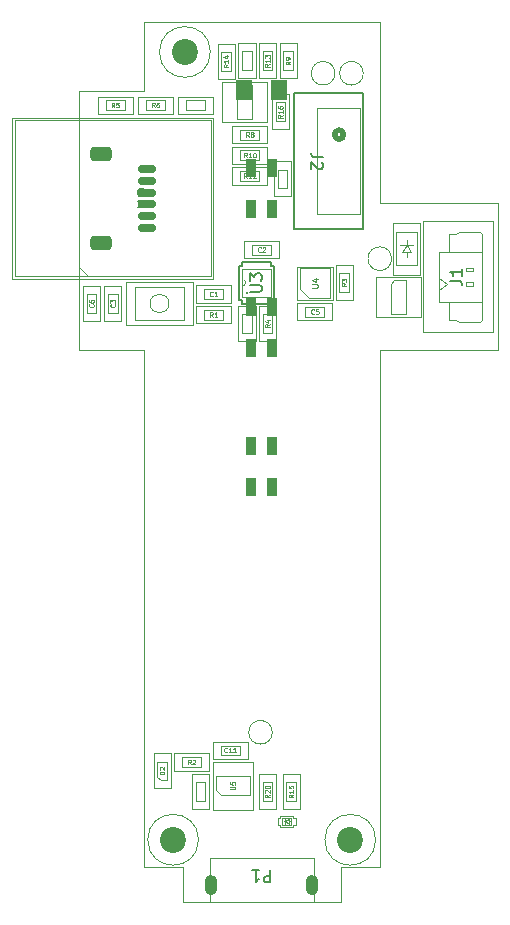
<source format=gbs>
%TF.GenerationSoftware,KiCad,Pcbnew,7.0.7*%
%TF.CreationDate,2023-10-18T20:35:36-04:00*%
%TF.ProjectId,room_environment_monitor,726f6f6d-5f65-46e7-9669-726f6e6d656e,rev?*%
%TF.SameCoordinates,Original*%
%TF.FileFunction,Soldermask,Bot*%
%TF.FilePolarity,Negative*%
%FSLAX46Y46*%
G04 Gerber Fmt 4.6, Leading zero omitted, Abs format (unit mm)*
G04 Created by KiCad (PCBNEW 7.0.7) date 2023-10-18 20:35:36*
%MOMM*%
%LPD*%
G01*
G04 APERTURE LIST*
G04 Aperture macros list*
%AMRoundRect*
0 Rectangle with rounded corners*
0 $1 Rounding radius*
0 $2 $3 $4 $5 $6 $7 $8 $9 X,Y pos of 4 corners*
0 Add a 4 corners polygon primitive as box body*
4,1,4,$2,$3,$4,$5,$6,$7,$8,$9,$2,$3,0*
0 Add four circle primitives for the rounded corners*
1,1,$1+$1,$2,$3*
1,1,$1+$1,$4,$5*
1,1,$1+$1,$6,$7*
1,1,$1+$1,$8,$9*
0 Add four rect primitives between the rounded corners*
20,1,$1+$1,$2,$3,$4,$5,0*
20,1,$1+$1,$4,$5,$6,$7,0*
20,1,$1+$1,$6,$7,$8,$9,0*
20,1,$1+$1,$8,$9,$2,$3,0*%
G04 Aperture macros list end*
%ADD10C,2.200000*%
%ADD11O,1.066800X1.701800*%
%ADD12R,0.850000X1.600000*%
%ADD13RoundRect,0.150000X0.625000X-0.150000X0.625000X0.150000X-0.625000X0.150000X-0.625000X-0.150000X0*%
%ADD14RoundRect,0.250000X0.650000X-0.350000X0.650000X0.350000X-0.650000X0.350000X-0.650000X-0.350000X0*%
%ADD15RoundRect,0.250001X0.462499X0.624999X-0.462499X0.624999X-0.462499X-0.624999X0.462499X-0.624999X0*%
%TA.AperFunction,Profile*%
%ADD16C,0.100000*%
%TD*%
%ADD17C,0.050000*%
%ADD18C,0.152400*%
%ADD19C,0.060000*%
%ADD20C,0.150000*%
%ADD21C,0.075000*%
%ADD22C,0.100000*%
%ADD23C,0.025400*%
%ADD24C,0.508000*%
G04 APERTURE END LIST*
D10*
%TO.C,H1*%
X102500000Y-139200000D03*
%TD*%
D11*
%TO.C,P1*%
X114269999Y-143050003D03*
X105730001Y-143050003D03*
%TD*%
D10*
%TO.C,H2*%
X117500000Y-139200000D03*
%TD*%
%TO.C,H3*%
X103500000Y-72500000D03*
%TD*%
D12*
%TO.C,D4*%
X110875000Y-97600000D03*
X109125000Y-97600000D03*
X109125000Y-94100000D03*
X110875000Y-94100000D03*
%TD*%
D13*
%TO.C,J3*%
X100250000Y-87400000D03*
X100250000Y-86400000D03*
X100250000Y-85400000D03*
X100250000Y-84400000D03*
X100250000Y-83400000D03*
X100250000Y-82400000D03*
D14*
X96375000Y-88700000D03*
X96375000Y-81100000D03*
%TD*%
D12*
%TO.C,D3*%
X110875000Y-85800000D03*
X109125000Y-85800000D03*
X109125000Y-82300000D03*
X110875000Y-82300000D03*
%TD*%
%TO.C,D5*%
X110875000Y-109350000D03*
X109125000Y-109350000D03*
X109125000Y-105850000D03*
X110875000Y-105850000D03*
%TD*%
D15*
%TO.C,D6*%
X111500000Y-75750000D03*
X108525000Y-75750000D03*
%TD*%
D16*
X120000000Y-70000000D02*
X120000000Y-85250000D01*
X103300000Y-144500000D02*
X103300000Y-141500000D01*
X120000000Y-85250000D02*
X130000000Y-85250000D01*
X100000000Y-70000000D02*
X120000000Y-70000000D01*
X100000000Y-75800000D02*
X100000000Y-70000000D01*
X100000000Y-97750000D02*
X94500000Y-97750000D01*
X120000000Y-97750000D02*
X120000000Y-141500000D01*
X130000000Y-85250000D02*
X130000000Y-97750000D01*
X116700000Y-144500000D02*
X103300000Y-144500000D01*
X103300000Y-141500000D02*
X100000000Y-141500000D01*
X116700000Y-141500000D02*
X116700000Y-144500000D01*
X100000000Y-141500000D02*
X100000000Y-97750000D01*
X130000000Y-97750000D02*
X120000000Y-97750000D01*
X94500000Y-75800000D02*
X100000000Y-75800000D01*
X94500000Y-75800000D02*
X94500000Y-97750000D01*
X120000000Y-141500000D02*
X116700000Y-141500000D01*
D17*
%TO.C,R3*%
X116270000Y-93480000D02*
X116270000Y-90520000D01*
X117730000Y-93480000D02*
X116270000Y-93480000D01*
X116270000Y-90520000D02*
X117730000Y-90520000D01*
X117730000Y-90520000D02*
X117730000Y-93480000D01*
%TO.C,R9*%
X112980000Y-71770000D02*
X112980000Y-74730000D01*
X111520000Y-71770000D02*
X112980000Y-71770000D01*
X112980000Y-74730000D02*
X111520000Y-74730000D01*
X111520000Y-74730000D02*
X111520000Y-71770000D01*
%TO.C,R13*%
X111230000Y-71770000D02*
X111230000Y-74730000D01*
X109770000Y-71770000D02*
X111230000Y-71770000D01*
X111230000Y-74730000D02*
X109770000Y-74730000D01*
X109770000Y-74730000D02*
X109770000Y-71770000D01*
%TO.C,R8*%
X110480000Y-80230000D02*
X107520000Y-80230000D01*
X110480000Y-78770000D02*
X110480000Y-80230000D01*
X107520000Y-80230000D02*
X107520000Y-78770000D01*
X107520000Y-78770000D02*
X110480000Y-78770000D01*
%TO.C,C1*%
X104445000Y-92270000D02*
X107405000Y-92270000D01*
X104445000Y-93730000D02*
X104445000Y-92270000D01*
X107405000Y-92270000D02*
X107405000Y-93730000D01*
X107405000Y-93730000D02*
X104445000Y-93730000D01*
%TO.C,H1*%
X104650000Y-139200000D02*
G75*
G03*
X104650000Y-139200000I-2150000J0D01*
G01*
%TO.C,C2*%
X108520000Y-88520000D02*
X111480000Y-88520000D01*
X108520000Y-89980000D02*
X108520000Y-88520000D01*
X111480000Y-88520000D02*
X111480000Y-89980000D01*
X111480000Y-89980000D02*
X108520000Y-89980000D01*
%TO.C,Q3*%
X119642500Y-91550000D02*
X119642500Y-94950000D01*
X119642500Y-94950000D02*
X123482500Y-94950000D01*
X123482500Y-91550000D02*
X119642500Y-91550000D01*
X123482500Y-94950000D02*
X123482500Y-91550000D01*
%TO.C,U5*%
X105875000Y-136675000D02*
X109275000Y-136675000D01*
X109275000Y-136675000D02*
X109275000Y-132575000D01*
X105875000Y-132575000D02*
X105875000Y-136675000D01*
X109275000Y-132575000D02*
X105875000Y-132575000D01*
%TO.C,R11*%
X107520000Y-82270000D02*
X110480000Y-82270000D01*
X107520000Y-83730000D02*
X107520000Y-82270000D01*
X110480000Y-82270000D02*
X110480000Y-83730000D01*
X110480000Y-83730000D02*
X107520000Y-83730000D01*
%TO.C,U4*%
X112985000Y-93485000D02*
X112985000Y-90665000D01*
X116065000Y-93485000D02*
X112985000Y-93485000D01*
X112985000Y-90665000D02*
X116065000Y-90665000D01*
X116065000Y-90665000D02*
X116065000Y-93485000D01*
%TO.C,TP4*%
X110900000Y-130100000D02*
G75*
G03*
X110900000Y-130100000I-1000000J0D01*
G01*
D18*
%TO.C,U3*%
X108318201Y-93834200D02*
X108318201Y-93529400D01*
X110781801Y-93834200D02*
X108318201Y-93834200D01*
X110781801Y-93834200D02*
X110781801Y-93529400D01*
X108076801Y-93529400D02*
X108076801Y-90583000D01*
X108318201Y-93529400D02*
X108076801Y-93529400D01*
X111023201Y-93529400D02*
X110781801Y-93529400D01*
X108076801Y-90583000D02*
X108318201Y-90583000D01*
X110781801Y-90583000D02*
X111023201Y-90583000D01*
X111023201Y-90583000D02*
X111023201Y-93529400D01*
X108318201Y-90278200D02*
X108318201Y-90583000D01*
X108318201Y-90278200D02*
X110781801Y-90278200D01*
X110781801Y-90278200D02*
X110781801Y-90583000D01*
D17*
%TO.C,H2*%
X119650000Y-139200000D02*
G75*
G03*
X119650000Y-139200000I-2150000J0D01*
G01*
%TO.C,C7*%
X112480000Y-81770000D02*
X112480000Y-84730000D01*
X111020000Y-81770000D02*
X112480000Y-81770000D01*
X112480000Y-84730000D02*
X111020000Y-84730000D01*
X111020000Y-84730000D02*
X111020000Y-81770000D01*
%TO.C,H3*%
X105650000Y-72500000D02*
G75*
G03*
X105650000Y-72500000I-2150000J0D01*
G01*
%TO.C,R15*%
X111770000Y-136605000D02*
X111770000Y-133645000D01*
X113230000Y-136605000D02*
X111770000Y-136605000D01*
X111770000Y-133645000D02*
X113230000Y-133645000D01*
X113230000Y-133645000D02*
X113230000Y-136605000D01*
%TO.C,U2*%
X88900000Y-91700000D02*
X88900000Y-78100000D01*
X105900000Y-91700000D02*
X88900000Y-91700000D01*
X88900000Y-78100000D02*
X105900000Y-78100000D01*
X105900000Y-78100000D02*
X105900000Y-91700000D01*
D18*
%TO.C,J2*%
X118608200Y-76002199D02*
X112715400Y-76002199D01*
X112715400Y-76002199D02*
X112715400Y-87497801D01*
X118608200Y-87497801D02*
X118608200Y-76002199D01*
X112715400Y-87497801D02*
X118608200Y-87497801D01*
D17*
%TO.C,TP2*%
X118600000Y-74300000D02*
G75*
G03*
X118600000Y-74300000I-1000000J0D01*
G01*
%TO.C,C11*%
X105845000Y-130895000D02*
X108805000Y-130895000D01*
X105845000Y-132355000D02*
X105845000Y-130895000D01*
X108805000Y-130895000D02*
X108805000Y-132355000D01*
X108805000Y-132355000D02*
X105845000Y-132355000D01*
%TO.C,D7*%
X111375000Y-137370000D02*
X111375000Y-137930000D01*
X111375000Y-137930000D02*
X111575000Y-137930000D01*
X111575000Y-137200000D02*
X112675000Y-137200000D01*
X111575000Y-137370000D02*
X111375000Y-137370000D01*
X111575000Y-137370000D02*
X111575000Y-137200000D01*
X111575000Y-138100000D02*
X111575000Y-137930000D01*
X112675000Y-137200000D02*
X112675000Y-137370000D01*
X112675000Y-137370000D02*
X112875000Y-137370000D01*
X112675000Y-137930000D02*
X112675000Y-138100000D01*
X112675000Y-138100000D02*
X111575000Y-138100000D01*
X112875000Y-137370000D02*
X112875000Y-137930000D01*
X112875000Y-137930000D02*
X112675000Y-137930000D01*
%TO.C,R12*%
X109480000Y-71770000D02*
X109480000Y-74730000D01*
X108020000Y-71770000D02*
X109480000Y-71770000D01*
X109480000Y-74730000D02*
X108020000Y-74730000D01*
X108020000Y-74730000D02*
X108020000Y-71770000D01*
%TO.C,R14*%
X106270000Y-74767500D02*
X106270000Y-71807500D01*
X107730000Y-74767500D02*
X106270000Y-74767500D01*
X106270000Y-71807500D02*
X107730000Y-71807500D01*
X107730000Y-71807500D02*
X107730000Y-74767500D01*
%TO.C,R10*%
X107520000Y-80520000D02*
X110480000Y-80520000D01*
X107520000Y-81980000D02*
X107520000Y-80520000D01*
X110480000Y-80520000D02*
X110480000Y-81980000D01*
X110480000Y-81980000D02*
X107520000Y-81980000D01*
%TO.C,R1*%
X107405000Y-95480000D02*
X104445000Y-95480000D01*
X107405000Y-94020000D02*
X107405000Y-95480000D01*
X104445000Y-95480000D02*
X104445000Y-94020000D01*
X104445000Y-94020000D02*
X107405000Y-94020000D01*
%TO.C,R20*%
X109770000Y-136605000D02*
X109770000Y-133645000D01*
X111230000Y-136605000D02*
X109770000Y-136605000D01*
X109770000Y-133645000D02*
X111230000Y-133645000D01*
X111230000Y-133645000D02*
X111230000Y-136605000D01*
%TO.C,D2*%
X100845000Y-134855000D02*
X100845000Y-131895000D01*
X102305000Y-134855000D02*
X100845000Y-134855000D01*
X100845000Y-131895000D02*
X102305000Y-131895000D01*
X102305000Y-131895000D02*
X102305000Y-134855000D01*
%TO.C,C10*%
X104095000Y-136605000D02*
X104095000Y-133645000D01*
X105555000Y-136605000D02*
X104095000Y-136605000D01*
X104095000Y-133645000D02*
X105555000Y-133645000D01*
X105555000Y-133645000D02*
X105555000Y-136605000D01*
%TO.C,R5*%
X99080000Y-77730000D02*
X96120000Y-77730000D01*
X99080000Y-76270000D02*
X99080000Y-77730000D01*
X96120000Y-77730000D02*
X96120000Y-76270000D01*
X96120000Y-76270000D02*
X99080000Y-76270000D01*
%TO.C,J1*%
X123675000Y-96245000D02*
X129575000Y-96245000D01*
X129575000Y-96245000D02*
X129575000Y-86805000D01*
X123675000Y-86805000D02*
X123675000Y-96245000D01*
X129575000Y-86805000D02*
X123675000Y-86805000D01*
%TO.C,R6*%
X99520000Y-76270000D02*
X102480000Y-76270000D01*
X99520000Y-77730000D02*
X99520000Y-76270000D01*
X102480000Y-76270000D02*
X102480000Y-77730000D01*
X102480000Y-77730000D02*
X99520000Y-77730000D01*
%TO.C,R16*%
X112330000Y-76095000D02*
X112330000Y-79055000D01*
X110870000Y-76095000D02*
X112330000Y-76095000D01*
X112330000Y-79055000D02*
X110870000Y-79055000D01*
X110870000Y-79055000D02*
X110870000Y-76095000D01*
%TO.C,C5*%
X115980000Y-95230000D02*
X113020000Y-95230000D01*
X115980000Y-93770000D02*
X115980000Y-95230000D01*
X113020000Y-95230000D02*
X113020000Y-93770000D01*
X113020000Y-93770000D02*
X115980000Y-93770000D01*
%TO.C,SW1*%
X104150000Y-95600000D02*
X98550000Y-95600000D01*
X104150000Y-92000000D02*
X104150000Y-95600000D01*
X98550000Y-95600000D02*
X98550000Y-92000000D01*
X98550000Y-92000000D02*
X104150000Y-92000000D01*
%TO.C,R2*%
X105555000Y-133355000D02*
X102595000Y-133355000D01*
X105555000Y-131895000D02*
X105555000Y-133355000D01*
X102595000Y-133355000D02*
X102595000Y-131895000D01*
X102595000Y-131895000D02*
X105555000Y-131895000D01*
%TO.C,C4*%
X109480000Y-94020000D02*
X109480000Y-96980000D01*
X108020000Y-94020000D02*
X109480000Y-94020000D01*
X109480000Y-96980000D02*
X108020000Y-96980000D01*
X108020000Y-96980000D02*
X108020000Y-94020000D01*
%TO.C,R4*%
X109770000Y-96980000D02*
X109770000Y-94020000D01*
X111230000Y-96980000D02*
X109770000Y-96980000D01*
X109770000Y-94020000D02*
X111230000Y-94020000D01*
X111230000Y-94020000D02*
X111230000Y-96980000D01*
%TO.C,C3*%
X98130000Y-92320000D02*
X98130000Y-95280000D01*
X96670000Y-92320000D02*
X98130000Y-92320000D01*
X98130000Y-95280000D02*
X96670000Y-95280000D01*
X96670000Y-95280000D02*
X96670000Y-92320000D01*
%TO.C,TP3*%
X116200000Y-74300000D02*
G75*
G03*
X116200000Y-74300000I-1000000J0D01*
G01*
%TO.C,C6*%
X96330000Y-92320000D02*
X96330000Y-95280000D01*
X94870000Y-92320000D02*
X96330000Y-92320000D01*
X96330000Y-95280000D02*
X94870000Y-95280000D01*
X94870000Y-95280000D02*
X94870000Y-92320000D01*
%TO.C,D1*%
X123425000Y-86950000D02*
X121125000Y-86950000D01*
X123425000Y-86950000D02*
X123425000Y-91350000D01*
X123425000Y-91350000D02*
X121125000Y-91350000D01*
X121125000Y-91350000D02*
X121125000Y-86950000D01*
%TO.C,R7*%
X102920000Y-76270000D02*
X105880000Y-76270000D01*
X102920000Y-77730000D02*
X102920000Y-76270000D01*
X105880000Y-76270000D02*
X105880000Y-77730000D01*
X105880000Y-77730000D02*
X102920000Y-77730000D01*
%TO.C,TP1*%
X121000000Y-90000000D02*
G75*
G03*
X121000000Y-90000000I-1000000J0D01*
G01*
%TO.C,Q1*%
X106642500Y-75050000D02*
X106642500Y-78450000D01*
X106642500Y-78450000D02*
X110482500Y-78450000D01*
X110482500Y-75050000D02*
X106642500Y-75050000D01*
X110482500Y-78450000D02*
X110482500Y-75050000D01*
%TD*%
D19*
X117181927Y-92066666D02*
X116991451Y-92199999D01*
X117181927Y-92295237D02*
X116781927Y-92295237D01*
X116781927Y-92295237D02*
X116781927Y-92142856D01*
X116781927Y-92142856D02*
X116800975Y-92104761D01*
X116800975Y-92104761D02*
X116820022Y-92085714D01*
X116820022Y-92085714D02*
X116858118Y-92066666D01*
X116858118Y-92066666D02*
X116915260Y-92066666D01*
X116915260Y-92066666D02*
X116953356Y-92085714D01*
X116953356Y-92085714D02*
X116972403Y-92104761D01*
X116972403Y-92104761D02*
X116991451Y-92142856D01*
X116991451Y-92142856D02*
X116991451Y-92295237D01*
X116781927Y-91933333D02*
X116781927Y-91685714D01*
X116781927Y-91685714D02*
X116934308Y-91819047D01*
X116934308Y-91819047D02*
X116934308Y-91761904D01*
X116934308Y-91761904D02*
X116953356Y-91723809D01*
X116953356Y-91723809D02*
X116972403Y-91704761D01*
X116972403Y-91704761D02*
X117010499Y-91685714D01*
X117010499Y-91685714D02*
X117105737Y-91685714D01*
X117105737Y-91685714D02*
X117143832Y-91704761D01*
X117143832Y-91704761D02*
X117162880Y-91723809D01*
X117162880Y-91723809D02*
X117181927Y-91761904D01*
X117181927Y-91761904D02*
X117181927Y-91876190D01*
X117181927Y-91876190D02*
X117162880Y-91914285D01*
X117162880Y-91914285D02*
X117143832Y-91933333D01*
X112431927Y-73316666D02*
X112241451Y-73449999D01*
X112431927Y-73545237D02*
X112031927Y-73545237D01*
X112031927Y-73545237D02*
X112031927Y-73392856D01*
X112031927Y-73392856D02*
X112050975Y-73354761D01*
X112050975Y-73354761D02*
X112070022Y-73335714D01*
X112070022Y-73335714D02*
X112108118Y-73316666D01*
X112108118Y-73316666D02*
X112165260Y-73316666D01*
X112165260Y-73316666D02*
X112203356Y-73335714D01*
X112203356Y-73335714D02*
X112222403Y-73354761D01*
X112222403Y-73354761D02*
X112241451Y-73392856D01*
X112241451Y-73392856D02*
X112241451Y-73545237D01*
X112431927Y-73126190D02*
X112431927Y-73049999D01*
X112431927Y-73049999D02*
X112412880Y-73011904D01*
X112412880Y-73011904D02*
X112393832Y-72992856D01*
X112393832Y-72992856D02*
X112336689Y-72954761D01*
X112336689Y-72954761D02*
X112260499Y-72935714D01*
X112260499Y-72935714D02*
X112108118Y-72935714D01*
X112108118Y-72935714D02*
X112070022Y-72954761D01*
X112070022Y-72954761D02*
X112050975Y-72973809D01*
X112050975Y-72973809D02*
X112031927Y-73011904D01*
X112031927Y-73011904D02*
X112031927Y-73088095D01*
X112031927Y-73088095D02*
X112050975Y-73126190D01*
X112050975Y-73126190D02*
X112070022Y-73145237D01*
X112070022Y-73145237D02*
X112108118Y-73164285D01*
X112108118Y-73164285D02*
X112203356Y-73164285D01*
X112203356Y-73164285D02*
X112241451Y-73145237D01*
X112241451Y-73145237D02*
X112260499Y-73126190D01*
X112260499Y-73126190D02*
X112279546Y-73088095D01*
X112279546Y-73088095D02*
X112279546Y-73011904D01*
X112279546Y-73011904D02*
X112260499Y-72973809D01*
X112260499Y-72973809D02*
X112241451Y-72954761D01*
X112241451Y-72954761D02*
X112203356Y-72935714D01*
X110681927Y-73507142D02*
X110491451Y-73640475D01*
X110681927Y-73735713D02*
X110281927Y-73735713D01*
X110281927Y-73735713D02*
X110281927Y-73583332D01*
X110281927Y-73583332D02*
X110300975Y-73545237D01*
X110300975Y-73545237D02*
X110320022Y-73526190D01*
X110320022Y-73526190D02*
X110358118Y-73507142D01*
X110358118Y-73507142D02*
X110415260Y-73507142D01*
X110415260Y-73507142D02*
X110453356Y-73526190D01*
X110453356Y-73526190D02*
X110472403Y-73545237D01*
X110472403Y-73545237D02*
X110491451Y-73583332D01*
X110491451Y-73583332D02*
X110491451Y-73735713D01*
X110681927Y-73126190D02*
X110681927Y-73354761D01*
X110681927Y-73240475D02*
X110281927Y-73240475D01*
X110281927Y-73240475D02*
X110339070Y-73278571D01*
X110339070Y-73278571D02*
X110377165Y-73316666D01*
X110377165Y-73316666D02*
X110396213Y-73354761D01*
X110281927Y-72992857D02*
X110281927Y-72745238D01*
X110281927Y-72745238D02*
X110434308Y-72878571D01*
X110434308Y-72878571D02*
X110434308Y-72821428D01*
X110434308Y-72821428D02*
X110453356Y-72783333D01*
X110453356Y-72783333D02*
X110472403Y-72764285D01*
X110472403Y-72764285D02*
X110510499Y-72745238D01*
X110510499Y-72745238D02*
X110605737Y-72745238D01*
X110605737Y-72745238D02*
X110643832Y-72764285D01*
X110643832Y-72764285D02*
X110662880Y-72783333D01*
X110662880Y-72783333D02*
X110681927Y-72821428D01*
X110681927Y-72821428D02*
X110681927Y-72935714D01*
X110681927Y-72935714D02*
X110662880Y-72973809D01*
X110662880Y-72973809D02*
X110643832Y-72992857D01*
X108933333Y-79681927D02*
X108800000Y-79491451D01*
X108704762Y-79681927D02*
X108704762Y-79281927D01*
X108704762Y-79281927D02*
X108857143Y-79281927D01*
X108857143Y-79281927D02*
X108895238Y-79300975D01*
X108895238Y-79300975D02*
X108914285Y-79320022D01*
X108914285Y-79320022D02*
X108933333Y-79358118D01*
X108933333Y-79358118D02*
X108933333Y-79415260D01*
X108933333Y-79415260D02*
X108914285Y-79453356D01*
X108914285Y-79453356D02*
X108895238Y-79472403D01*
X108895238Y-79472403D02*
X108857143Y-79491451D01*
X108857143Y-79491451D02*
X108704762Y-79491451D01*
X109161904Y-79453356D02*
X109123809Y-79434308D01*
X109123809Y-79434308D02*
X109104762Y-79415260D01*
X109104762Y-79415260D02*
X109085714Y-79377165D01*
X109085714Y-79377165D02*
X109085714Y-79358118D01*
X109085714Y-79358118D02*
X109104762Y-79320022D01*
X109104762Y-79320022D02*
X109123809Y-79300975D01*
X109123809Y-79300975D02*
X109161904Y-79281927D01*
X109161904Y-79281927D02*
X109238095Y-79281927D01*
X109238095Y-79281927D02*
X109276190Y-79300975D01*
X109276190Y-79300975D02*
X109295238Y-79320022D01*
X109295238Y-79320022D02*
X109314285Y-79358118D01*
X109314285Y-79358118D02*
X109314285Y-79377165D01*
X109314285Y-79377165D02*
X109295238Y-79415260D01*
X109295238Y-79415260D02*
X109276190Y-79434308D01*
X109276190Y-79434308D02*
X109238095Y-79453356D01*
X109238095Y-79453356D02*
X109161904Y-79453356D01*
X109161904Y-79453356D02*
X109123809Y-79472403D01*
X109123809Y-79472403D02*
X109104762Y-79491451D01*
X109104762Y-79491451D02*
X109085714Y-79529546D01*
X109085714Y-79529546D02*
X109085714Y-79605737D01*
X109085714Y-79605737D02*
X109104762Y-79643832D01*
X109104762Y-79643832D02*
X109123809Y-79662880D01*
X109123809Y-79662880D02*
X109161904Y-79681927D01*
X109161904Y-79681927D02*
X109238095Y-79681927D01*
X109238095Y-79681927D02*
X109276190Y-79662880D01*
X109276190Y-79662880D02*
X109295238Y-79643832D01*
X109295238Y-79643832D02*
X109314285Y-79605737D01*
X109314285Y-79605737D02*
X109314285Y-79529546D01*
X109314285Y-79529546D02*
X109295238Y-79491451D01*
X109295238Y-79491451D02*
X109276190Y-79472403D01*
X109276190Y-79472403D02*
X109238095Y-79453356D01*
X105858333Y-93143832D02*
X105839285Y-93162880D01*
X105839285Y-93162880D02*
X105782143Y-93181927D01*
X105782143Y-93181927D02*
X105744047Y-93181927D01*
X105744047Y-93181927D02*
X105686904Y-93162880D01*
X105686904Y-93162880D02*
X105648809Y-93124784D01*
X105648809Y-93124784D02*
X105629762Y-93086689D01*
X105629762Y-93086689D02*
X105610714Y-93010499D01*
X105610714Y-93010499D02*
X105610714Y-92953356D01*
X105610714Y-92953356D02*
X105629762Y-92877165D01*
X105629762Y-92877165D02*
X105648809Y-92839070D01*
X105648809Y-92839070D02*
X105686904Y-92800975D01*
X105686904Y-92800975D02*
X105744047Y-92781927D01*
X105744047Y-92781927D02*
X105782143Y-92781927D01*
X105782143Y-92781927D02*
X105839285Y-92800975D01*
X105839285Y-92800975D02*
X105858333Y-92820022D01*
X106239285Y-93181927D02*
X106010714Y-93181927D01*
X106125000Y-93181927D02*
X106125000Y-92781927D01*
X106125000Y-92781927D02*
X106086904Y-92839070D01*
X106086904Y-92839070D02*
X106048809Y-92877165D01*
X106048809Y-92877165D02*
X106010714Y-92896213D01*
D20*
X101738095Y-139654819D02*
X101738095Y-138654819D01*
X101738095Y-139131009D02*
X102309523Y-139131009D01*
X102309523Y-139654819D02*
X102309523Y-138654819D01*
X103309523Y-139654819D02*
X102738095Y-139654819D01*
X103023809Y-139654819D02*
X103023809Y-138654819D01*
X103023809Y-138654819D02*
X102928571Y-138797676D01*
X102928571Y-138797676D02*
X102833333Y-138892914D01*
X102833333Y-138892914D02*
X102738095Y-138940533D01*
D19*
X109933333Y-89393832D02*
X109914285Y-89412880D01*
X109914285Y-89412880D02*
X109857143Y-89431927D01*
X109857143Y-89431927D02*
X109819047Y-89431927D01*
X109819047Y-89431927D02*
X109761904Y-89412880D01*
X109761904Y-89412880D02*
X109723809Y-89374784D01*
X109723809Y-89374784D02*
X109704762Y-89336689D01*
X109704762Y-89336689D02*
X109685714Y-89260499D01*
X109685714Y-89260499D02*
X109685714Y-89203356D01*
X109685714Y-89203356D02*
X109704762Y-89127165D01*
X109704762Y-89127165D02*
X109723809Y-89089070D01*
X109723809Y-89089070D02*
X109761904Y-89050975D01*
X109761904Y-89050975D02*
X109819047Y-89031927D01*
X109819047Y-89031927D02*
X109857143Y-89031927D01*
X109857143Y-89031927D02*
X109914285Y-89050975D01*
X109914285Y-89050975D02*
X109933333Y-89070022D01*
X110085714Y-89070022D02*
X110104762Y-89050975D01*
X110104762Y-89050975D02*
X110142857Y-89031927D01*
X110142857Y-89031927D02*
X110238095Y-89031927D01*
X110238095Y-89031927D02*
X110276190Y-89050975D01*
X110276190Y-89050975D02*
X110295238Y-89070022D01*
X110295238Y-89070022D02*
X110314285Y-89108118D01*
X110314285Y-89108118D02*
X110314285Y-89146213D01*
X110314285Y-89146213D02*
X110295238Y-89203356D01*
X110295238Y-89203356D02*
X110066666Y-89431927D01*
X110066666Y-89431927D02*
X110314285Y-89431927D01*
X107356927Y-134929761D02*
X107680737Y-134929761D01*
X107680737Y-134929761D02*
X107718832Y-134910714D01*
X107718832Y-134910714D02*
X107737880Y-134891666D01*
X107737880Y-134891666D02*
X107756927Y-134853571D01*
X107756927Y-134853571D02*
X107756927Y-134777380D01*
X107756927Y-134777380D02*
X107737880Y-134739285D01*
X107737880Y-134739285D02*
X107718832Y-134720238D01*
X107718832Y-134720238D02*
X107680737Y-134701190D01*
X107680737Y-134701190D02*
X107356927Y-134701190D01*
X107356927Y-134320237D02*
X107356927Y-134510713D01*
X107356927Y-134510713D02*
X107547403Y-134529761D01*
X107547403Y-134529761D02*
X107528356Y-134510713D01*
X107528356Y-134510713D02*
X107509308Y-134472618D01*
X107509308Y-134472618D02*
X107509308Y-134377380D01*
X107509308Y-134377380D02*
X107528356Y-134339285D01*
X107528356Y-134339285D02*
X107547403Y-134320237D01*
X107547403Y-134320237D02*
X107585499Y-134301190D01*
X107585499Y-134301190D02*
X107680737Y-134301190D01*
X107680737Y-134301190D02*
X107718832Y-134320237D01*
X107718832Y-134320237D02*
X107737880Y-134339285D01*
X107737880Y-134339285D02*
X107756927Y-134377380D01*
X107756927Y-134377380D02*
X107756927Y-134472618D01*
X107756927Y-134472618D02*
X107737880Y-134510713D01*
X107737880Y-134510713D02*
X107718832Y-134529761D01*
X108742857Y-83181927D02*
X108609524Y-82991451D01*
X108514286Y-83181927D02*
X108514286Y-82781927D01*
X108514286Y-82781927D02*
X108666667Y-82781927D01*
X108666667Y-82781927D02*
X108704762Y-82800975D01*
X108704762Y-82800975D02*
X108723809Y-82820022D01*
X108723809Y-82820022D02*
X108742857Y-82858118D01*
X108742857Y-82858118D02*
X108742857Y-82915260D01*
X108742857Y-82915260D02*
X108723809Y-82953356D01*
X108723809Y-82953356D02*
X108704762Y-82972403D01*
X108704762Y-82972403D02*
X108666667Y-82991451D01*
X108666667Y-82991451D02*
X108514286Y-82991451D01*
X109123809Y-83181927D02*
X108895238Y-83181927D01*
X109009524Y-83181927D02*
X109009524Y-82781927D01*
X109009524Y-82781927D02*
X108971428Y-82839070D01*
X108971428Y-82839070D02*
X108933333Y-82877165D01*
X108933333Y-82877165D02*
X108895238Y-82896213D01*
X109504761Y-83181927D02*
X109276190Y-83181927D01*
X109390476Y-83181927D02*
X109390476Y-82781927D01*
X109390476Y-82781927D02*
X109352380Y-82839070D01*
X109352380Y-82839070D02*
X109314285Y-82877165D01*
X109314285Y-82877165D02*
X109276190Y-82896213D01*
D20*
X110738094Y-141795182D02*
X110738094Y-142795182D01*
X110738094Y-142795182D02*
X110357142Y-142795182D01*
X110357142Y-142795182D02*
X110261904Y-142747563D01*
X110261904Y-142747563D02*
X110214285Y-142699944D01*
X110214285Y-142699944D02*
X110166666Y-142604706D01*
X110166666Y-142604706D02*
X110166666Y-142461849D01*
X110166666Y-142461849D02*
X110214285Y-142366611D01*
X110214285Y-142366611D02*
X110261904Y-142318992D01*
X110261904Y-142318992D02*
X110357142Y-142271373D01*
X110357142Y-142271373D02*
X110738094Y-142271373D01*
X109214285Y-141795182D02*
X109785713Y-141795182D01*
X109499999Y-141795182D02*
X109499999Y-142795182D01*
X109499999Y-142795182D02*
X109595237Y-142652325D01*
X109595237Y-142652325D02*
X109690475Y-142557087D01*
X109690475Y-142557087D02*
X109785713Y-142509468D01*
D21*
X114252409Y-92455952D02*
X114657171Y-92455952D01*
X114657171Y-92455952D02*
X114704790Y-92432142D01*
X114704790Y-92432142D02*
X114728600Y-92408333D01*
X114728600Y-92408333D02*
X114752409Y-92360714D01*
X114752409Y-92360714D02*
X114752409Y-92265476D01*
X114752409Y-92265476D02*
X114728600Y-92217857D01*
X114728600Y-92217857D02*
X114704790Y-92194047D01*
X114704790Y-92194047D02*
X114657171Y-92170238D01*
X114657171Y-92170238D02*
X114252409Y-92170238D01*
X114419076Y-91717856D02*
X114752409Y-91717856D01*
X114228600Y-91836904D02*
X114585742Y-91955951D01*
X114585742Y-91955951D02*
X114585742Y-91646428D01*
D20*
X109004820Y-92818104D02*
X109814343Y-92818104D01*
X109814343Y-92818104D02*
X109909581Y-92770485D01*
X109909581Y-92770485D02*
X109957201Y-92722866D01*
X109957201Y-92722866D02*
X110004820Y-92627628D01*
X110004820Y-92627628D02*
X110004820Y-92437152D01*
X110004820Y-92437152D02*
X109957201Y-92341914D01*
X109957201Y-92341914D02*
X109909581Y-92294295D01*
X109909581Y-92294295D02*
X109814343Y-92246676D01*
X109814343Y-92246676D02*
X109004820Y-92246676D01*
X109004820Y-91865723D02*
X109004820Y-91246676D01*
X109004820Y-91246676D02*
X109385772Y-91580009D01*
X109385772Y-91580009D02*
X109385772Y-91437152D01*
X109385772Y-91437152D02*
X109433391Y-91341914D01*
X109433391Y-91341914D02*
X109481010Y-91294295D01*
X109481010Y-91294295D02*
X109576248Y-91246676D01*
X109576248Y-91246676D02*
X109814343Y-91246676D01*
X109814343Y-91246676D02*
X109909581Y-91294295D01*
X109909581Y-91294295D02*
X109957201Y-91341914D01*
X109957201Y-91341914D02*
X110004820Y-91437152D01*
X110004820Y-91437152D02*
X110004820Y-91722866D01*
X110004820Y-91722866D02*
X109957201Y-91818104D01*
X109957201Y-91818104D02*
X109909581Y-91865723D01*
X116738095Y-139654819D02*
X116738095Y-138654819D01*
X116738095Y-139131009D02*
X117309523Y-139131009D01*
X117309523Y-139654819D02*
X117309523Y-138654819D01*
X117738095Y-138750057D02*
X117785714Y-138702438D01*
X117785714Y-138702438D02*
X117880952Y-138654819D01*
X117880952Y-138654819D02*
X118119047Y-138654819D01*
X118119047Y-138654819D02*
X118214285Y-138702438D01*
X118214285Y-138702438D02*
X118261904Y-138750057D01*
X118261904Y-138750057D02*
X118309523Y-138845295D01*
X118309523Y-138845295D02*
X118309523Y-138940533D01*
X118309523Y-138940533D02*
X118261904Y-139083390D01*
X118261904Y-139083390D02*
X117690476Y-139654819D01*
X117690476Y-139654819D02*
X118309523Y-139654819D01*
X102738095Y-72954819D02*
X102738095Y-71954819D01*
X102738095Y-72431009D02*
X103309523Y-72431009D01*
X103309523Y-72954819D02*
X103309523Y-71954819D01*
X103690476Y-71954819D02*
X104309523Y-71954819D01*
X104309523Y-71954819D02*
X103976190Y-72335771D01*
X103976190Y-72335771D02*
X104119047Y-72335771D01*
X104119047Y-72335771D02*
X104214285Y-72383390D01*
X104214285Y-72383390D02*
X104261904Y-72431009D01*
X104261904Y-72431009D02*
X104309523Y-72526247D01*
X104309523Y-72526247D02*
X104309523Y-72764342D01*
X104309523Y-72764342D02*
X104261904Y-72859580D01*
X104261904Y-72859580D02*
X104214285Y-72907200D01*
X104214285Y-72907200D02*
X104119047Y-72954819D01*
X104119047Y-72954819D02*
X103833333Y-72954819D01*
X103833333Y-72954819D02*
X103738095Y-72907200D01*
X103738095Y-72907200D02*
X103690476Y-72859580D01*
D19*
X112681927Y-135382142D02*
X112491451Y-135515475D01*
X112681927Y-135610713D02*
X112281927Y-135610713D01*
X112281927Y-135610713D02*
X112281927Y-135458332D01*
X112281927Y-135458332D02*
X112300975Y-135420237D01*
X112300975Y-135420237D02*
X112320022Y-135401190D01*
X112320022Y-135401190D02*
X112358118Y-135382142D01*
X112358118Y-135382142D02*
X112415260Y-135382142D01*
X112415260Y-135382142D02*
X112453356Y-135401190D01*
X112453356Y-135401190D02*
X112472403Y-135420237D01*
X112472403Y-135420237D02*
X112491451Y-135458332D01*
X112491451Y-135458332D02*
X112491451Y-135610713D01*
X112681927Y-135001190D02*
X112681927Y-135229761D01*
X112681927Y-135115475D02*
X112281927Y-135115475D01*
X112281927Y-135115475D02*
X112339070Y-135153571D01*
X112339070Y-135153571D02*
X112377165Y-135191666D01*
X112377165Y-135191666D02*
X112396213Y-135229761D01*
X112281927Y-134639285D02*
X112281927Y-134829761D01*
X112281927Y-134829761D02*
X112472403Y-134848809D01*
X112472403Y-134848809D02*
X112453356Y-134829761D01*
X112453356Y-134829761D02*
X112434308Y-134791666D01*
X112434308Y-134791666D02*
X112434308Y-134696428D01*
X112434308Y-134696428D02*
X112453356Y-134658333D01*
X112453356Y-134658333D02*
X112472403Y-134639285D01*
X112472403Y-134639285D02*
X112510499Y-134620238D01*
X112510499Y-134620238D02*
X112605737Y-134620238D01*
X112605737Y-134620238D02*
X112643832Y-134639285D01*
X112643832Y-134639285D02*
X112662880Y-134658333D01*
X112662880Y-134658333D02*
X112681927Y-134696428D01*
X112681927Y-134696428D02*
X112681927Y-134791666D01*
X112681927Y-134791666D02*
X112662880Y-134829761D01*
X112662880Y-134829761D02*
X112643832Y-134848809D01*
D20*
X99554819Y-85661904D02*
X100364342Y-85661904D01*
X100364342Y-85661904D02*
X100459580Y-85614285D01*
X100459580Y-85614285D02*
X100507200Y-85566666D01*
X100507200Y-85566666D02*
X100554819Y-85471428D01*
X100554819Y-85471428D02*
X100554819Y-85280952D01*
X100554819Y-85280952D02*
X100507200Y-85185714D01*
X100507200Y-85185714D02*
X100459580Y-85138095D01*
X100459580Y-85138095D02*
X100364342Y-85090476D01*
X100364342Y-85090476D02*
X99554819Y-85090476D01*
X99650057Y-84661904D02*
X99602438Y-84614285D01*
X99602438Y-84614285D02*
X99554819Y-84519047D01*
X99554819Y-84519047D02*
X99554819Y-84280952D01*
X99554819Y-84280952D02*
X99602438Y-84185714D01*
X99602438Y-84185714D02*
X99650057Y-84138095D01*
X99650057Y-84138095D02*
X99745295Y-84090476D01*
X99745295Y-84090476D02*
X99840533Y-84090476D01*
X99840533Y-84090476D02*
X99983390Y-84138095D01*
X99983390Y-84138095D02*
X100554819Y-84709523D01*
X100554819Y-84709523D02*
X100554819Y-84090476D01*
X115190980Y-81416666D02*
X114476695Y-81416666D01*
X114476695Y-81416666D02*
X114333838Y-81369047D01*
X114333838Y-81369047D02*
X114238600Y-81273809D01*
X114238600Y-81273809D02*
X114190980Y-81130952D01*
X114190980Y-81130952D02*
X114190980Y-81035714D01*
X115095742Y-81845238D02*
X115143361Y-81892857D01*
X115143361Y-81892857D02*
X115190980Y-81988095D01*
X115190980Y-81988095D02*
X115190980Y-82226190D01*
X115190980Y-82226190D02*
X115143361Y-82321428D01*
X115143361Y-82321428D02*
X115095742Y-82369047D01*
X115095742Y-82369047D02*
X115000504Y-82416666D01*
X115000504Y-82416666D02*
X114905266Y-82416666D01*
X114905266Y-82416666D02*
X114762409Y-82369047D01*
X114762409Y-82369047D02*
X114190980Y-81797619D01*
X114190980Y-81797619D02*
X114190980Y-82416666D01*
D19*
X107067857Y-131768832D02*
X107048809Y-131787880D01*
X107048809Y-131787880D02*
X106991667Y-131806927D01*
X106991667Y-131806927D02*
X106953571Y-131806927D01*
X106953571Y-131806927D02*
X106896428Y-131787880D01*
X106896428Y-131787880D02*
X106858333Y-131749784D01*
X106858333Y-131749784D02*
X106839286Y-131711689D01*
X106839286Y-131711689D02*
X106820238Y-131635499D01*
X106820238Y-131635499D02*
X106820238Y-131578356D01*
X106820238Y-131578356D02*
X106839286Y-131502165D01*
X106839286Y-131502165D02*
X106858333Y-131464070D01*
X106858333Y-131464070D02*
X106896428Y-131425975D01*
X106896428Y-131425975D02*
X106953571Y-131406927D01*
X106953571Y-131406927D02*
X106991667Y-131406927D01*
X106991667Y-131406927D02*
X107048809Y-131425975D01*
X107048809Y-131425975D02*
X107067857Y-131445022D01*
X107448809Y-131806927D02*
X107220238Y-131806927D01*
X107334524Y-131806927D02*
X107334524Y-131406927D01*
X107334524Y-131406927D02*
X107296428Y-131464070D01*
X107296428Y-131464070D02*
X107258333Y-131502165D01*
X107258333Y-131502165D02*
X107220238Y-131521213D01*
X107829761Y-131806927D02*
X107601190Y-131806927D01*
X107715476Y-131806927D02*
X107715476Y-131406927D01*
X107715476Y-131406927D02*
X107677380Y-131464070D01*
X107677380Y-131464070D02*
X107639285Y-131502165D01*
X107639285Y-131502165D02*
X107601190Y-131521213D01*
X107181927Y-73544642D02*
X106991451Y-73677975D01*
X107181927Y-73773213D02*
X106781927Y-73773213D01*
X106781927Y-73773213D02*
X106781927Y-73620832D01*
X106781927Y-73620832D02*
X106800975Y-73582737D01*
X106800975Y-73582737D02*
X106820022Y-73563690D01*
X106820022Y-73563690D02*
X106858118Y-73544642D01*
X106858118Y-73544642D02*
X106915260Y-73544642D01*
X106915260Y-73544642D02*
X106953356Y-73563690D01*
X106953356Y-73563690D02*
X106972403Y-73582737D01*
X106972403Y-73582737D02*
X106991451Y-73620832D01*
X106991451Y-73620832D02*
X106991451Y-73773213D01*
X107181927Y-73163690D02*
X107181927Y-73392261D01*
X107181927Y-73277975D02*
X106781927Y-73277975D01*
X106781927Y-73277975D02*
X106839070Y-73316071D01*
X106839070Y-73316071D02*
X106877165Y-73354166D01*
X106877165Y-73354166D02*
X106896213Y-73392261D01*
X106915260Y-72820833D02*
X107181927Y-72820833D01*
X106762880Y-72916071D02*
X107048594Y-73011309D01*
X107048594Y-73011309D02*
X107048594Y-72763690D01*
X108742857Y-81431927D02*
X108609524Y-81241451D01*
X108514286Y-81431927D02*
X108514286Y-81031927D01*
X108514286Y-81031927D02*
X108666667Y-81031927D01*
X108666667Y-81031927D02*
X108704762Y-81050975D01*
X108704762Y-81050975D02*
X108723809Y-81070022D01*
X108723809Y-81070022D02*
X108742857Y-81108118D01*
X108742857Y-81108118D02*
X108742857Y-81165260D01*
X108742857Y-81165260D02*
X108723809Y-81203356D01*
X108723809Y-81203356D02*
X108704762Y-81222403D01*
X108704762Y-81222403D02*
X108666667Y-81241451D01*
X108666667Y-81241451D02*
X108514286Y-81241451D01*
X109123809Y-81431927D02*
X108895238Y-81431927D01*
X109009524Y-81431927D02*
X109009524Y-81031927D01*
X109009524Y-81031927D02*
X108971428Y-81089070D01*
X108971428Y-81089070D02*
X108933333Y-81127165D01*
X108933333Y-81127165D02*
X108895238Y-81146213D01*
X109371428Y-81031927D02*
X109409523Y-81031927D01*
X109409523Y-81031927D02*
X109447619Y-81050975D01*
X109447619Y-81050975D02*
X109466666Y-81070022D01*
X109466666Y-81070022D02*
X109485714Y-81108118D01*
X109485714Y-81108118D02*
X109504761Y-81184308D01*
X109504761Y-81184308D02*
X109504761Y-81279546D01*
X109504761Y-81279546D02*
X109485714Y-81355737D01*
X109485714Y-81355737D02*
X109466666Y-81393832D01*
X109466666Y-81393832D02*
X109447619Y-81412880D01*
X109447619Y-81412880D02*
X109409523Y-81431927D01*
X109409523Y-81431927D02*
X109371428Y-81431927D01*
X109371428Y-81431927D02*
X109333333Y-81412880D01*
X109333333Y-81412880D02*
X109314285Y-81393832D01*
X109314285Y-81393832D02*
X109295238Y-81355737D01*
X109295238Y-81355737D02*
X109276190Y-81279546D01*
X109276190Y-81279546D02*
X109276190Y-81184308D01*
X109276190Y-81184308D02*
X109295238Y-81108118D01*
X109295238Y-81108118D02*
X109314285Y-81070022D01*
X109314285Y-81070022D02*
X109333333Y-81050975D01*
X109333333Y-81050975D02*
X109371428Y-81031927D01*
X105858333Y-94931927D02*
X105725000Y-94741451D01*
X105629762Y-94931927D02*
X105629762Y-94531927D01*
X105629762Y-94531927D02*
X105782143Y-94531927D01*
X105782143Y-94531927D02*
X105820238Y-94550975D01*
X105820238Y-94550975D02*
X105839285Y-94570022D01*
X105839285Y-94570022D02*
X105858333Y-94608118D01*
X105858333Y-94608118D02*
X105858333Y-94665260D01*
X105858333Y-94665260D02*
X105839285Y-94703356D01*
X105839285Y-94703356D02*
X105820238Y-94722403D01*
X105820238Y-94722403D02*
X105782143Y-94741451D01*
X105782143Y-94741451D02*
X105629762Y-94741451D01*
X106239285Y-94931927D02*
X106010714Y-94931927D01*
X106125000Y-94931927D02*
X106125000Y-94531927D01*
X106125000Y-94531927D02*
X106086904Y-94589070D01*
X106086904Y-94589070D02*
X106048809Y-94627165D01*
X106048809Y-94627165D02*
X106010714Y-94646213D01*
X110681927Y-135382142D02*
X110491451Y-135515475D01*
X110681927Y-135610713D02*
X110281927Y-135610713D01*
X110281927Y-135610713D02*
X110281927Y-135458332D01*
X110281927Y-135458332D02*
X110300975Y-135420237D01*
X110300975Y-135420237D02*
X110320022Y-135401190D01*
X110320022Y-135401190D02*
X110358118Y-135382142D01*
X110358118Y-135382142D02*
X110415260Y-135382142D01*
X110415260Y-135382142D02*
X110453356Y-135401190D01*
X110453356Y-135401190D02*
X110472403Y-135420237D01*
X110472403Y-135420237D02*
X110491451Y-135458332D01*
X110491451Y-135458332D02*
X110491451Y-135610713D01*
X110320022Y-135229761D02*
X110300975Y-135210713D01*
X110300975Y-135210713D02*
X110281927Y-135172618D01*
X110281927Y-135172618D02*
X110281927Y-135077380D01*
X110281927Y-135077380D02*
X110300975Y-135039285D01*
X110300975Y-135039285D02*
X110320022Y-135020237D01*
X110320022Y-135020237D02*
X110358118Y-135001190D01*
X110358118Y-135001190D02*
X110396213Y-135001190D01*
X110396213Y-135001190D02*
X110453356Y-135020237D01*
X110453356Y-135020237D02*
X110681927Y-135248809D01*
X110681927Y-135248809D02*
X110681927Y-135001190D01*
X110281927Y-134753571D02*
X110281927Y-134715476D01*
X110281927Y-134715476D02*
X110300975Y-134677380D01*
X110300975Y-134677380D02*
X110320022Y-134658333D01*
X110320022Y-134658333D02*
X110358118Y-134639285D01*
X110358118Y-134639285D02*
X110434308Y-134620238D01*
X110434308Y-134620238D02*
X110529546Y-134620238D01*
X110529546Y-134620238D02*
X110605737Y-134639285D01*
X110605737Y-134639285D02*
X110643832Y-134658333D01*
X110643832Y-134658333D02*
X110662880Y-134677380D01*
X110662880Y-134677380D02*
X110681927Y-134715476D01*
X110681927Y-134715476D02*
X110681927Y-134753571D01*
X110681927Y-134753571D02*
X110662880Y-134791666D01*
X110662880Y-134791666D02*
X110643832Y-134810714D01*
X110643832Y-134810714D02*
X110605737Y-134829761D01*
X110605737Y-134829761D02*
X110529546Y-134848809D01*
X110529546Y-134848809D02*
X110434308Y-134848809D01*
X110434308Y-134848809D02*
X110358118Y-134829761D01*
X110358118Y-134829761D02*
X110320022Y-134810714D01*
X110320022Y-134810714D02*
X110300975Y-134791666D01*
X110300975Y-134791666D02*
X110281927Y-134753571D01*
X101756927Y-133670237D02*
X101356927Y-133670237D01*
X101356927Y-133670237D02*
X101356927Y-133574999D01*
X101356927Y-133574999D02*
X101375975Y-133517856D01*
X101375975Y-133517856D02*
X101414070Y-133479761D01*
X101414070Y-133479761D02*
X101452165Y-133460714D01*
X101452165Y-133460714D02*
X101528356Y-133441666D01*
X101528356Y-133441666D02*
X101585499Y-133441666D01*
X101585499Y-133441666D02*
X101661689Y-133460714D01*
X101661689Y-133460714D02*
X101699784Y-133479761D01*
X101699784Y-133479761D02*
X101737880Y-133517856D01*
X101737880Y-133517856D02*
X101756927Y-133574999D01*
X101756927Y-133574999D02*
X101756927Y-133670237D01*
X101395022Y-133289285D02*
X101375975Y-133270237D01*
X101375975Y-133270237D02*
X101356927Y-133232142D01*
X101356927Y-133232142D02*
X101356927Y-133136904D01*
X101356927Y-133136904D02*
X101375975Y-133098809D01*
X101375975Y-133098809D02*
X101395022Y-133079761D01*
X101395022Y-133079761D02*
X101433118Y-133060714D01*
X101433118Y-133060714D02*
X101471213Y-133060714D01*
X101471213Y-133060714D02*
X101528356Y-133079761D01*
X101528356Y-133079761D02*
X101756927Y-133308333D01*
X101756927Y-133308333D02*
X101756927Y-133060714D01*
X97533333Y-77181927D02*
X97400000Y-76991451D01*
X97304762Y-77181927D02*
X97304762Y-76781927D01*
X97304762Y-76781927D02*
X97457143Y-76781927D01*
X97457143Y-76781927D02*
X97495238Y-76800975D01*
X97495238Y-76800975D02*
X97514285Y-76820022D01*
X97514285Y-76820022D02*
X97533333Y-76858118D01*
X97533333Y-76858118D02*
X97533333Y-76915260D01*
X97533333Y-76915260D02*
X97514285Y-76953356D01*
X97514285Y-76953356D02*
X97495238Y-76972403D01*
X97495238Y-76972403D02*
X97457143Y-76991451D01*
X97457143Y-76991451D02*
X97304762Y-76991451D01*
X97895238Y-76781927D02*
X97704762Y-76781927D01*
X97704762Y-76781927D02*
X97685714Y-76972403D01*
X97685714Y-76972403D02*
X97704762Y-76953356D01*
X97704762Y-76953356D02*
X97742857Y-76934308D01*
X97742857Y-76934308D02*
X97838095Y-76934308D01*
X97838095Y-76934308D02*
X97876190Y-76953356D01*
X97876190Y-76953356D02*
X97895238Y-76972403D01*
X97895238Y-76972403D02*
X97914285Y-77010499D01*
X97914285Y-77010499D02*
X97914285Y-77105737D01*
X97914285Y-77105737D02*
X97895238Y-77143832D01*
X97895238Y-77143832D02*
X97876190Y-77162880D01*
X97876190Y-77162880D02*
X97838095Y-77181927D01*
X97838095Y-77181927D02*
X97742857Y-77181927D01*
X97742857Y-77181927D02*
X97704762Y-77162880D01*
X97704762Y-77162880D02*
X97685714Y-77143832D01*
D20*
X125929819Y-91858333D02*
X126644104Y-91858333D01*
X126644104Y-91858333D02*
X126786961Y-91905952D01*
X126786961Y-91905952D02*
X126882200Y-92001190D01*
X126882200Y-92001190D02*
X126929819Y-92144047D01*
X126929819Y-92144047D02*
X126929819Y-92239285D01*
X126929819Y-90858333D02*
X126929819Y-91429761D01*
X126929819Y-91144047D02*
X125929819Y-91144047D01*
X125929819Y-91144047D02*
X126072676Y-91239285D01*
X126072676Y-91239285D02*
X126167914Y-91334523D01*
X126167914Y-91334523D02*
X126215533Y-91429761D01*
D19*
X100933333Y-77181927D02*
X100800000Y-76991451D01*
X100704762Y-77181927D02*
X100704762Y-76781927D01*
X100704762Y-76781927D02*
X100857143Y-76781927D01*
X100857143Y-76781927D02*
X100895238Y-76800975D01*
X100895238Y-76800975D02*
X100914285Y-76820022D01*
X100914285Y-76820022D02*
X100933333Y-76858118D01*
X100933333Y-76858118D02*
X100933333Y-76915260D01*
X100933333Y-76915260D02*
X100914285Y-76953356D01*
X100914285Y-76953356D02*
X100895238Y-76972403D01*
X100895238Y-76972403D02*
X100857143Y-76991451D01*
X100857143Y-76991451D02*
X100704762Y-76991451D01*
X101276190Y-76781927D02*
X101200000Y-76781927D01*
X101200000Y-76781927D02*
X101161904Y-76800975D01*
X101161904Y-76800975D02*
X101142857Y-76820022D01*
X101142857Y-76820022D02*
X101104762Y-76877165D01*
X101104762Y-76877165D02*
X101085714Y-76953356D01*
X101085714Y-76953356D02*
X101085714Y-77105737D01*
X101085714Y-77105737D02*
X101104762Y-77143832D01*
X101104762Y-77143832D02*
X101123809Y-77162880D01*
X101123809Y-77162880D02*
X101161904Y-77181927D01*
X101161904Y-77181927D02*
X101238095Y-77181927D01*
X101238095Y-77181927D02*
X101276190Y-77162880D01*
X101276190Y-77162880D02*
X101295238Y-77143832D01*
X101295238Y-77143832D02*
X101314285Y-77105737D01*
X101314285Y-77105737D02*
X101314285Y-77010499D01*
X101314285Y-77010499D02*
X101295238Y-76972403D01*
X101295238Y-76972403D02*
X101276190Y-76953356D01*
X101276190Y-76953356D02*
X101238095Y-76934308D01*
X101238095Y-76934308D02*
X101161904Y-76934308D01*
X101161904Y-76934308D02*
X101123809Y-76953356D01*
X101123809Y-76953356D02*
X101104762Y-76972403D01*
X101104762Y-76972403D02*
X101085714Y-77010499D01*
X111781927Y-77832142D02*
X111591451Y-77965475D01*
X111781927Y-78060713D02*
X111381927Y-78060713D01*
X111381927Y-78060713D02*
X111381927Y-77908332D01*
X111381927Y-77908332D02*
X111400975Y-77870237D01*
X111400975Y-77870237D02*
X111420022Y-77851190D01*
X111420022Y-77851190D02*
X111458118Y-77832142D01*
X111458118Y-77832142D02*
X111515260Y-77832142D01*
X111515260Y-77832142D02*
X111553356Y-77851190D01*
X111553356Y-77851190D02*
X111572403Y-77870237D01*
X111572403Y-77870237D02*
X111591451Y-77908332D01*
X111591451Y-77908332D02*
X111591451Y-78060713D01*
X111781927Y-77451190D02*
X111781927Y-77679761D01*
X111781927Y-77565475D02*
X111381927Y-77565475D01*
X111381927Y-77565475D02*
X111439070Y-77603571D01*
X111439070Y-77603571D02*
X111477165Y-77641666D01*
X111477165Y-77641666D02*
X111496213Y-77679761D01*
X111381927Y-77108333D02*
X111381927Y-77184523D01*
X111381927Y-77184523D02*
X111400975Y-77222619D01*
X111400975Y-77222619D02*
X111420022Y-77241666D01*
X111420022Y-77241666D02*
X111477165Y-77279761D01*
X111477165Y-77279761D02*
X111553356Y-77298809D01*
X111553356Y-77298809D02*
X111705737Y-77298809D01*
X111705737Y-77298809D02*
X111743832Y-77279761D01*
X111743832Y-77279761D02*
X111762880Y-77260714D01*
X111762880Y-77260714D02*
X111781927Y-77222619D01*
X111781927Y-77222619D02*
X111781927Y-77146428D01*
X111781927Y-77146428D02*
X111762880Y-77108333D01*
X111762880Y-77108333D02*
X111743832Y-77089285D01*
X111743832Y-77089285D02*
X111705737Y-77070238D01*
X111705737Y-77070238D02*
X111610499Y-77070238D01*
X111610499Y-77070238D02*
X111572403Y-77089285D01*
X111572403Y-77089285D02*
X111553356Y-77108333D01*
X111553356Y-77108333D02*
X111534308Y-77146428D01*
X111534308Y-77146428D02*
X111534308Y-77222619D01*
X111534308Y-77222619D02*
X111553356Y-77260714D01*
X111553356Y-77260714D02*
X111572403Y-77279761D01*
X111572403Y-77279761D02*
X111610499Y-77298809D01*
X114433333Y-94643832D02*
X114414285Y-94662880D01*
X114414285Y-94662880D02*
X114357143Y-94681927D01*
X114357143Y-94681927D02*
X114319047Y-94681927D01*
X114319047Y-94681927D02*
X114261904Y-94662880D01*
X114261904Y-94662880D02*
X114223809Y-94624784D01*
X114223809Y-94624784D02*
X114204762Y-94586689D01*
X114204762Y-94586689D02*
X114185714Y-94510499D01*
X114185714Y-94510499D02*
X114185714Y-94453356D01*
X114185714Y-94453356D02*
X114204762Y-94377165D01*
X114204762Y-94377165D02*
X114223809Y-94339070D01*
X114223809Y-94339070D02*
X114261904Y-94300975D01*
X114261904Y-94300975D02*
X114319047Y-94281927D01*
X114319047Y-94281927D02*
X114357143Y-94281927D01*
X114357143Y-94281927D02*
X114414285Y-94300975D01*
X114414285Y-94300975D02*
X114433333Y-94320022D01*
X114795238Y-94281927D02*
X114604762Y-94281927D01*
X114604762Y-94281927D02*
X114585714Y-94472403D01*
X114585714Y-94472403D02*
X114604762Y-94453356D01*
X114604762Y-94453356D02*
X114642857Y-94434308D01*
X114642857Y-94434308D02*
X114738095Y-94434308D01*
X114738095Y-94434308D02*
X114776190Y-94453356D01*
X114776190Y-94453356D02*
X114795238Y-94472403D01*
X114795238Y-94472403D02*
X114814285Y-94510499D01*
X114814285Y-94510499D02*
X114814285Y-94605737D01*
X114814285Y-94605737D02*
X114795238Y-94643832D01*
X114795238Y-94643832D02*
X114776190Y-94662880D01*
X114776190Y-94662880D02*
X114738095Y-94681927D01*
X114738095Y-94681927D02*
X114642857Y-94681927D01*
X114642857Y-94681927D02*
X114604762Y-94662880D01*
X114604762Y-94662880D02*
X114585714Y-94643832D01*
X104008333Y-132806927D02*
X103875000Y-132616451D01*
X103779762Y-132806927D02*
X103779762Y-132406927D01*
X103779762Y-132406927D02*
X103932143Y-132406927D01*
X103932143Y-132406927D02*
X103970238Y-132425975D01*
X103970238Y-132425975D02*
X103989285Y-132445022D01*
X103989285Y-132445022D02*
X104008333Y-132483118D01*
X104008333Y-132483118D02*
X104008333Y-132540260D01*
X104008333Y-132540260D02*
X103989285Y-132578356D01*
X103989285Y-132578356D02*
X103970238Y-132597403D01*
X103970238Y-132597403D02*
X103932143Y-132616451D01*
X103932143Y-132616451D02*
X103779762Y-132616451D01*
X104160714Y-132445022D02*
X104179762Y-132425975D01*
X104179762Y-132425975D02*
X104217857Y-132406927D01*
X104217857Y-132406927D02*
X104313095Y-132406927D01*
X104313095Y-132406927D02*
X104351190Y-132425975D01*
X104351190Y-132425975D02*
X104370238Y-132445022D01*
X104370238Y-132445022D02*
X104389285Y-132483118D01*
X104389285Y-132483118D02*
X104389285Y-132521213D01*
X104389285Y-132521213D02*
X104370238Y-132578356D01*
X104370238Y-132578356D02*
X104141666Y-132806927D01*
X104141666Y-132806927D02*
X104389285Y-132806927D01*
X110681927Y-95566666D02*
X110491451Y-95699999D01*
X110681927Y-95795237D02*
X110281927Y-95795237D01*
X110281927Y-95795237D02*
X110281927Y-95642856D01*
X110281927Y-95642856D02*
X110300975Y-95604761D01*
X110300975Y-95604761D02*
X110320022Y-95585714D01*
X110320022Y-95585714D02*
X110358118Y-95566666D01*
X110358118Y-95566666D02*
X110415260Y-95566666D01*
X110415260Y-95566666D02*
X110453356Y-95585714D01*
X110453356Y-95585714D02*
X110472403Y-95604761D01*
X110472403Y-95604761D02*
X110491451Y-95642856D01*
X110491451Y-95642856D02*
X110491451Y-95795237D01*
X110415260Y-95223809D02*
X110681927Y-95223809D01*
X110262880Y-95319047D02*
X110548594Y-95414285D01*
X110548594Y-95414285D02*
X110548594Y-95166666D01*
X97543832Y-93866666D02*
X97562880Y-93885714D01*
X97562880Y-93885714D02*
X97581927Y-93942856D01*
X97581927Y-93942856D02*
X97581927Y-93980952D01*
X97581927Y-93980952D02*
X97562880Y-94038095D01*
X97562880Y-94038095D02*
X97524784Y-94076190D01*
X97524784Y-94076190D02*
X97486689Y-94095237D01*
X97486689Y-94095237D02*
X97410499Y-94114285D01*
X97410499Y-94114285D02*
X97353356Y-94114285D01*
X97353356Y-94114285D02*
X97277165Y-94095237D01*
X97277165Y-94095237D02*
X97239070Y-94076190D01*
X97239070Y-94076190D02*
X97200975Y-94038095D01*
X97200975Y-94038095D02*
X97181927Y-93980952D01*
X97181927Y-93980952D02*
X97181927Y-93942856D01*
X97181927Y-93942856D02*
X97200975Y-93885714D01*
X97200975Y-93885714D02*
X97220022Y-93866666D01*
X97181927Y-93733333D02*
X97181927Y-93485714D01*
X97181927Y-93485714D02*
X97334308Y-93619047D01*
X97334308Y-93619047D02*
X97334308Y-93561904D01*
X97334308Y-93561904D02*
X97353356Y-93523809D01*
X97353356Y-93523809D02*
X97372403Y-93504761D01*
X97372403Y-93504761D02*
X97410499Y-93485714D01*
X97410499Y-93485714D02*
X97505737Y-93485714D01*
X97505737Y-93485714D02*
X97543832Y-93504761D01*
X97543832Y-93504761D02*
X97562880Y-93523809D01*
X97562880Y-93523809D02*
X97581927Y-93561904D01*
X97581927Y-93561904D02*
X97581927Y-93676190D01*
X97581927Y-93676190D02*
X97562880Y-93714285D01*
X97562880Y-93714285D02*
X97543832Y-93733333D01*
X95743832Y-93866666D02*
X95762880Y-93885714D01*
X95762880Y-93885714D02*
X95781927Y-93942856D01*
X95781927Y-93942856D02*
X95781927Y-93980952D01*
X95781927Y-93980952D02*
X95762880Y-94038095D01*
X95762880Y-94038095D02*
X95724784Y-94076190D01*
X95724784Y-94076190D02*
X95686689Y-94095237D01*
X95686689Y-94095237D02*
X95610499Y-94114285D01*
X95610499Y-94114285D02*
X95553356Y-94114285D01*
X95553356Y-94114285D02*
X95477165Y-94095237D01*
X95477165Y-94095237D02*
X95439070Y-94076190D01*
X95439070Y-94076190D02*
X95400975Y-94038095D01*
X95400975Y-94038095D02*
X95381927Y-93980952D01*
X95381927Y-93980952D02*
X95381927Y-93942856D01*
X95381927Y-93942856D02*
X95400975Y-93885714D01*
X95400975Y-93885714D02*
X95420022Y-93866666D01*
X95381927Y-93523809D02*
X95381927Y-93599999D01*
X95381927Y-93599999D02*
X95400975Y-93638095D01*
X95400975Y-93638095D02*
X95420022Y-93657142D01*
X95420022Y-93657142D02*
X95477165Y-93695237D01*
X95477165Y-93695237D02*
X95553356Y-93714285D01*
X95553356Y-93714285D02*
X95705737Y-93714285D01*
X95705737Y-93714285D02*
X95743832Y-93695237D01*
X95743832Y-93695237D02*
X95762880Y-93676190D01*
X95762880Y-93676190D02*
X95781927Y-93638095D01*
X95781927Y-93638095D02*
X95781927Y-93561904D01*
X95781927Y-93561904D02*
X95762880Y-93523809D01*
X95762880Y-93523809D02*
X95743832Y-93504761D01*
X95743832Y-93504761D02*
X95705737Y-93485714D01*
X95705737Y-93485714D02*
X95610499Y-93485714D01*
X95610499Y-93485714D02*
X95572403Y-93504761D01*
X95572403Y-93504761D02*
X95553356Y-93523809D01*
X95553356Y-93523809D02*
X95534308Y-93561904D01*
X95534308Y-93561904D02*
X95534308Y-93638095D01*
X95534308Y-93638095D02*
X95553356Y-93676190D01*
X95553356Y-93676190D02*
X95572403Y-93695237D01*
X95572403Y-93695237D02*
X95610499Y-93714285D01*
D22*
%TO.C,R3*%
X116587500Y-92800000D02*
X116587500Y-91200000D01*
X117412500Y-92800000D02*
X116587500Y-92800000D01*
X116587500Y-91200000D02*
X117412500Y-91200000D01*
X117412500Y-91200000D02*
X117412500Y-92800000D01*
%TO.C,R9*%
X112662500Y-72450000D02*
X112662500Y-74050000D01*
X111837500Y-72450000D02*
X112662500Y-72450000D01*
X112662500Y-74050000D02*
X111837500Y-74050000D01*
X111837500Y-74050000D02*
X111837500Y-72450000D01*
%TO.C,R13*%
X110912500Y-72450000D02*
X110912500Y-74050000D01*
X110087500Y-72450000D02*
X110912500Y-72450000D01*
X110912500Y-74050000D02*
X110087500Y-74050000D01*
X110087500Y-74050000D02*
X110087500Y-72450000D01*
%TO.C,R8*%
X109800000Y-79912500D02*
X108200000Y-79912500D01*
X109800000Y-79087500D02*
X109800000Y-79912500D01*
X108200000Y-79912500D02*
X108200000Y-79087500D01*
X108200000Y-79087500D02*
X109800000Y-79087500D01*
%TO.C,C1*%
X105125000Y-92600000D02*
X106725000Y-92600000D01*
X105125000Y-93400000D02*
X105125000Y-92600000D01*
X106725000Y-92600000D02*
X106725000Y-93400000D01*
X106725000Y-93400000D02*
X105125000Y-93400000D01*
%TO.C,C2*%
X109200000Y-88850000D02*
X110800000Y-88850000D01*
X109200000Y-89650000D02*
X109200000Y-88850000D01*
X110800000Y-88850000D02*
X110800000Y-89650000D01*
X110800000Y-89650000D02*
X109200000Y-89650000D01*
%TO.C,Q3*%
X120912500Y-92125000D02*
X121237500Y-91800000D01*
X120912500Y-94700000D02*
X120912500Y-92125000D01*
X121237500Y-91800000D02*
X122212500Y-91800000D01*
X122212500Y-91800000D02*
X122212500Y-94700000D01*
X122212500Y-94700000D02*
X120912500Y-94700000D01*
%TO.C,U5*%
X106525000Y-135425000D02*
X106125000Y-135025000D01*
X109025000Y-135425000D02*
X106525000Y-135425000D01*
X106125000Y-135025000D02*
X106125000Y-133825000D01*
X106125000Y-133825000D02*
X109025000Y-133825000D01*
X109025000Y-133825000D02*
X109025000Y-135425000D01*
%TO.C,R11*%
X108200000Y-82587500D02*
X109800000Y-82587500D01*
X108200000Y-83412500D02*
X108200000Y-82587500D01*
X109800000Y-82587500D02*
X109800000Y-83412500D01*
X109800000Y-83412500D02*
X108200000Y-83412500D01*
D23*
%TO.C,P1*%
X114400000Y-144500000D02*
X114400000Y-140776700D01*
X114400000Y-140780000D02*
X105600000Y-140780000D01*
X105600000Y-144500000D02*
X114400000Y-144500000D01*
X105600000Y-140780000D02*
X105600000Y-144500000D01*
D22*
%TO.C,U4*%
X114025000Y-93325000D02*
X113275000Y-92575000D01*
X115775000Y-93325000D02*
X114025000Y-93325000D01*
X113275000Y-92575000D02*
X113275000Y-90825000D01*
X113275000Y-90825000D02*
X115775000Y-90825000D01*
X115775000Y-90825000D02*
X115775000Y-93325000D01*
D23*
%TO.C,U3*%
X108330801Y-93275400D02*
X110769201Y-93275400D01*
X110769201Y-93275400D02*
X110769201Y-90837000D01*
X108330801Y-90837000D02*
X108330801Y-93275400D01*
X110769201Y-90837000D02*
X108330801Y-90837000D01*
X108330801Y-92361000D02*
G75*
G03*
X108330801Y-91751400I0J304800D01*
G01*
X108826201Y-92919800D02*
G75*
G03*
X108826201Y-92919800I-76200J0D01*
G01*
D22*
%TO.C,C7*%
X112150000Y-82450000D02*
X112150000Y-84050000D01*
X111350000Y-82450000D02*
X112150000Y-82450000D01*
X112150000Y-84050000D02*
X111350000Y-84050000D01*
X111350000Y-84050000D02*
X111350000Y-82450000D01*
%TO.C,R15*%
X112087500Y-135925000D02*
X112087500Y-134325000D01*
X112912500Y-135925000D02*
X112087500Y-135925000D01*
X112087500Y-134325000D02*
X112912500Y-134325000D01*
X112912500Y-134325000D02*
X112912500Y-135925000D01*
%TO.C,U2*%
X105700000Y-91500000D02*
X89100000Y-91500000D01*
X105700000Y-91500000D02*
X105700000Y-78300000D01*
X94500000Y-90700000D02*
X95300000Y-91500000D01*
X89100000Y-78300000D02*
X89100000Y-91500000D01*
X94500000Y-78300000D02*
X94500000Y-91500000D01*
X105700000Y-78300000D02*
X89100000Y-78300000D01*
D23*
%TO.C,J2*%
X118354200Y-77254200D02*
X114645800Y-77254200D01*
X114645800Y-77254200D02*
X114645800Y-86245800D01*
X118354200Y-86245800D02*
X118354200Y-77254200D01*
X114645800Y-86245800D02*
X118354200Y-86245800D01*
D24*
X116931800Y-79500000D02*
G75*
G03*
X116931800Y-79500000I-381000J0D01*
G01*
D22*
%TO.C,C11*%
X106525000Y-131225000D02*
X108125000Y-131225000D01*
X106525000Y-132025000D02*
X106525000Y-131225000D01*
X108125000Y-131225000D02*
X108125000Y-132025000D01*
X108125000Y-132025000D02*
X106525000Y-132025000D01*
%TO.C,D7*%
X111725000Y-137350000D02*
X112525000Y-137350000D01*
X111725000Y-137950000D02*
X111725000Y-137350000D01*
X111975000Y-137650000D02*
X111875000Y-137650000D01*
X111975000Y-137650000D02*
X112275000Y-137850000D01*
X111975000Y-137850000D02*
X111975000Y-137450000D01*
X112275000Y-137450000D02*
X111975000Y-137650000D01*
X112275000Y-137650000D02*
X112375000Y-137650000D01*
X112275000Y-137850000D02*
X112275000Y-137450000D01*
X112525000Y-137350000D02*
X112525000Y-137950000D01*
X112525000Y-137950000D02*
X111725000Y-137950000D01*
%TO.C,R12*%
X109162500Y-72450000D02*
X109162500Y-74050000D01*
X108337500Y-72450000D02*
X109162500Y-72450000D01*
X109162500Y-74050000D02*
X108337500Y-74050000D01*
X108337500Y-74050000D02*
X108337500Y-72450000D01*
%TO.C,R14*%
X106587500Y-74087500D02*
X106587500Y-72487500D01*
X107412500Y-74087500D02*
X106587500Y-74087500D01*
X106587500Y-72487500D02*
X107412500Y-72487500D01*
X107412500Y-72487500D02*
X107412500Y-74087500D01*
%TO.C,R10*%
X108200000Y-80837500D02*
X109800000Y-80837500D01*
X108200000Y-81662500D02*
X108200000Y-80837500D01*
X109800000Y-80837500D02*
X109800000Y-81662500D01*
X109800000Y-81662500D02*
X108200000Y-81662500D01*
%TO.C,R1*%
X106725000Y-95162500D02*
X105125000Y-95162500D01*
X106725000Y-94337500D02*
X106725000Y-95162500D01*
X105125000Y-95162500D02*
X105125000Y-94337500D01*
X105125000Y-94337500D02*
X106725000Y-94337500D01*
%TO.C,R20*%
X110087500Y-135925000D02*
X110087500Y-134325000D01*
X110912500Y-135925000D02*
X110087500Y-135925000D01*
X110087500Y-134325000D02*
X110912500Y-134325000D01*
X110912500Y-134325000D02*
X110912500Y-135925000D01*
%TO.C,D2*%
X101475000Y-134175000D02*
X101975000Y-134175000D01*
X101975000Y-134175000D02*
X101975000Y-132575000D01*
X101175000Y-133875000D02*
X101475000Y-134175000D01*
X101175000Y-132575000D02*
X101175000Y-133875000D01*
X101975000Y-132575000D02*
X101175000Y-132575000D01*
%TO.C,C10*%
X104425000Y-135925000D02*
X104425000Y-134325000D01*
X105225000Y-135925000D02*
X104425000Y-135925000D01*
X104425000Y-134325000D02*
X105225000Y-134325000D01*
X105225000Y-134325000D02*
X105225000Y-135925000D01*
%TO.C,R5*%
X98400000Y-77412500D02*
X96800000Y-77412500D01*
X98400000Y-76587500D02*
X98400000Y-77412500D01*
X96800000Y-77412500D02*
X96800000Y-76587500D01*
X96800000Y-76587500D02*
X98400000Y-76587500D01*
%TO.C,J1*%
X126675000Y-95350000D02*
X126475000Y-95150000D01*
X128475000Y-95350000D02*
X126675000Y-95350000D01*
X125875000Y-95150000D02*
X125875000Y-93650000D01*
X126475000Y-95150000D02*
X125875000Y-95150000D01*
X128675000Y-95150000D02*
X128475000Y-95350000D01*
X124975000Y-93650000D02*
X128675000Y-93650000D01*
X124975000Y-93650000D02*
X124975000Y-89400000D01*
X128675000Y-93650000D02*
X128675000Y-95150000D01*
X128675000Y-93650000D02*
X128675000Y-89400000D01*
X124975000Y-92650000D02*
X125682107Y-92150000D01*
X127300000Y-92300000D02*
X127900000Y-92300000D01*
X127900000Y-92300000D02*
X127900000Y-92000000D01*
X125682107Y-92150000D02*
X124975000Y-91650000D01*
X127300000Y-92000000D02*
X127300000Y-92300000D01*
X127900000Y-92000000D02*
X127300000Y-92000000D01*
X127300000Y-91050000D02*
X127900000Y-91050000D01*
X127900000Y-91050000D02*
X127900000Y-90750000D01*
X127300000Y-90750000D02*
X127300000Y-91050000D01*
X127900000Y-90750000D02*
X127300000Y-90750000D01*
X124975000Y-89400000D02*
X128675000Y-89400000D01*
X128675000Y-89400000D02*
X128675000Y-87900000D01*
X125875000Y-87900000D02*
X125875000Y-89400000D01*
X126475000Y-87900000D02*
X125875000Y-87900000D01*
X128675000Y-87900000D02*
X128475000Y-87700000D01*
X126675000Y-87700000D02*
X126475000Y-87900000D01*
X128475000Y-87700000D02*
X126675000Y-87700000D01*
%TO.C,R6*%
X100200000Y-76587500D02*
X101800000Y-76587500D01*
X100200000Y-77412500D02*
X100200000Y-76587500D01*
X101800000Y-76587500D02*
X101800000Y-77412500D01*
X101800000Y-77412500D02*
X100200000Y-77412500D01*
%TO.C,R16*%
X112012500Y-76775000D02*
X112012500Y-78375000D01*
X111187500Y-76775000D02*
X112012500Y-76775000D01*
X112012500Y-78375000D02*
X111187500Y-78375000D01*
X111187500Y-78375000D02*
X111187500Y-76775000D01*
%TO.C,C5*%
X115300000Y-94900000D02*
X113700000Y-94900000D01*
X115300000Y-94100000D02*
X115300000Y-94900000D01*
X113700000Y-94900000D02*
X113700000Y-94100000D01*
X113700000Y-94100000D02*
X115300000Y-94100000D01*
%TO.C,SW1*%
X103450000Y-95200000D02*
X99250000Y-95200000D01*
X103450000Y-92400000D02*
X103450000Y-95200000D01*
X99250000Y-95200000D02*
X99250000Y-92400000D01*
X99250000Y-92400000D02*
X103450000Y-92400000D01*
X102150000Y-93800000D02*
G75*
G03*
X102150000Y-93800000I-800000J0D01*
G01*
%TO.C,R2*%
X104875000Y-133037500D02*
X103275000Y-133037500D01*
X104875000Y-132212500D02*
X104875000Y-133037500D01*
X103275000Y-133037500D02*
X103275000Y-132212500D01*
X103275000Y-132212500D02*
X104875000Y-132212500D01*
%TO.C,C4*%
X109150000Y-94700000D02*
X109150000Y-96300000D01*
X108350000Y-94700000D02*
X109150000Y-94700000D01*
X109150000Y-96300000D02*
X108350000Y-96300000D01*
X108350000Y-96300000D02*
X108350000Y-94700000D01*
%TO.C,R4*%
X110087500Y-96300000D02*
X110087500Y-94700000D01*
X110912500Y-96300000D02*
X110087500Y-96300000D01*
X110087500Y-94700000D02*
X110912500Y-94700000D01*
X110912500Y-94700000D02*
X110912500Y-96300000D01*
%TO.C,C3*%
X97800000Y-93000000D02*
X97800000Y-94600000D01*
X97000000Y-93000000D02*
X97800000Y-93000000D01*
X97800000Y-94600000D02*
X97000000Y-94600000D01*
X97000000Y-94600000D02*
X97000000Y-93000000D01*
%TO.C,C6*%
X96000000Y-93000000D02*
X96000000Y-94600000D01*
X95200000Y-93000000D02*
X96000000Y-93000000D01*
X96000000Y-94600000D02*
X95200000Y-94600000D01*
X95200000Y-94600000D02*
X95200000Y-93000000D01*
%TO.C,D1*%
X123175000Y-87750000D02*
X123175000Y-90550000D01*
X121375000Y-87750000D02*
X123175000Y-87750000D01*
X122275000Y-88400000D02*
X122275000Y-88800000D01*
X122275000Y-88800000D02*
X122825000Y-88800000D01*
X122275000Y-88800000D02*
X121725000Y-88800000D01*
X122275000Y-88800000D02*
X122675000Y-89400000D01*
X122675000Y-89400000D02*
X121875000Y-89400000D01*
X122275000Y-89400000D02*
X122275000Y-89900000D01*
X121875000Y-89400000D02*
X122275000Y-88800000D01*
X123175000Y-90550000D02*
X121375000Y-90550000D01*
X121375000Y-90550000D02*
X121375000Y-87750000D01*
%TO.C,R7*%
X103600000Y-76587500D02*
X105200000Y-76587500D01*
X103600000Y-77412500D02*
X103600000Y-76587500D01*
X105200000Y-76587500D02*
X105200000Y-77412500D01*
X105200000Y-77412500D02*
X103600000Y-77412500D01*
%TO.C,Q1*%
X107912500Y-75625000D02*
X108237500Y-75300000D01*
X107912500Y-78200000D02*
X107912500Y-75625000D01*
X108237500Y-75300000D02*
X109212500Y-75300000D01*
X109212500Y-75300000D02*
X109212500Y-78200000D01*
X109212500Y-78200000D02*
X107912500Y-78200000D01*
%TD*%
M02*

</source>
